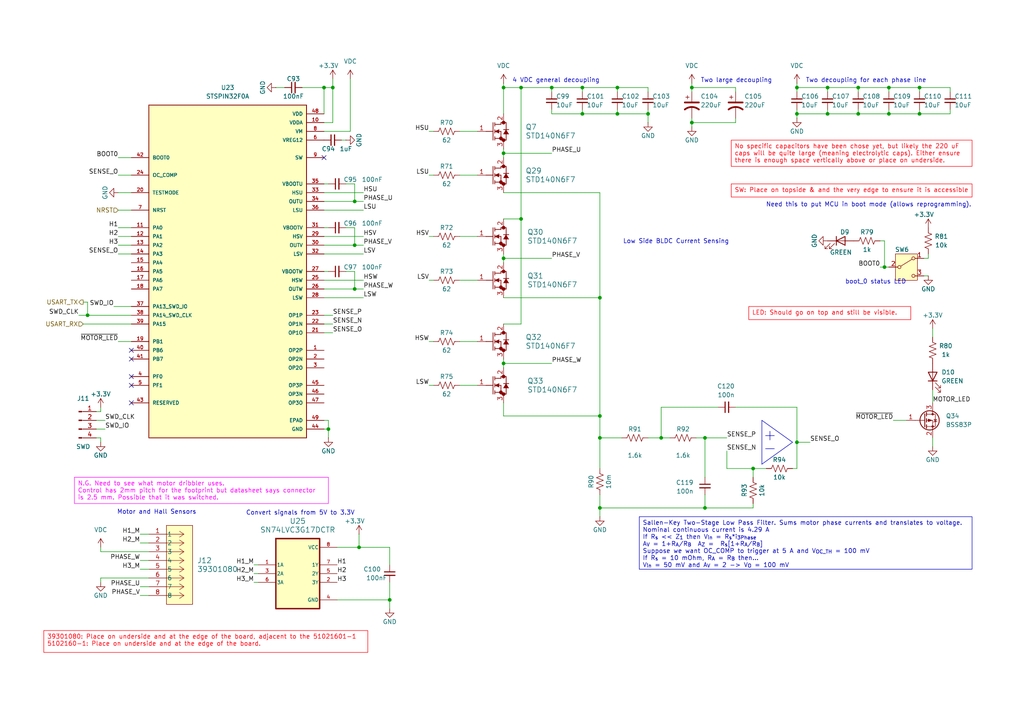
<source format=kicad_sch>
(kicad_sch (version 20231120) (generator "eeschema") (generator_version "8.0")
  (paper "A4")
  (lib_symbols
    (symbol "Connector:Conn_01x04_Pin" (pin_names (offset 1.016) hide)
      (property "Reference" "J" (at 0 5.08 0))
      (property "Value" "Conn_01x04_Pin" (at 0 -7.62 0))
      (symbol "Conn_01x04_Pin_1_1"
        (pin passive line (at 5.08 2.54 180) (length 3.81) (name "Pin_1") (number "1"))
        (pin passive line (at 5.08 0 180) (length 3.81) (name "Pin_2") (number "2"))
        (pin passive line (at 5.08 -2.54 180) (length 3.81) (name "Pin_3") (number "3"))
        (pin passive line (at 5.08 -5.08 180) (length 3.81) (name "Pin_4") (number "4"))
      )
    )
    (symbol "Device:C_Polarized_US" (pin_numbers hide) (pin_names (offset 0.254) hide)
      (property "Reference" "C" (at 0.635 2.54 0))
      (property "Value" "C_Polarized_US" (at 0.635 -2.54 0))
      (symbol "C_Polarized_US_1_1"
        (pin passive line (at 0 3.81 270) (length 2.794) (name "~") (number "1"))
        (pin passive line (at 0 -3.81 90) (length 3.302) (name "~") (number "2"))
      )
    )
    (symbol "Device:C_Small" (pin_numbers hide) (pin_names (offset 0.254) hide)
      (property "Reference" "C" (at 0.254 1.778 0))
      (property "Value" "C_Small" (at 0.254 -2.032 0))
      (symbol "C_Small_1_1"
        (pin passive line (at 0 2.54 270) (length 2.032) (name "~") (number "1"))
        (pin passive line (at 0 -2.54 90) (length 2.032) (name "~") (number "2"))
      )
    )
    (symbol "Device:LED" (pin_numbers hide) (pin_names (offset 1.016) hide)
      (property "Reference" "D" (at 0 2.54 0))
      (property "Value" "LED" (at 0 -2.54 0))
      (symbol "LED_1_1"
        (pin passive line (at -3.81 0 0) (length 2.54) (name "K") (number "1"))
        (pin passive line (at 3.81 0 180) (length 2.54) (name "A") (number "2"))
      )
    )
    (symbol "Device:R_US" (pin_numbers hide) (pin_names (offset 0))
      (property "Reference" "R" (at 2.54 0 90))
      (property "Value" "R_US" (at -2.54 0 90))
      (symbol "R_US_1_1"
        (pin passive line (at 0 3.81 270) (length 1.27) (name "~") (number "1"))
        (pin passive line (at 0 -3.81 90) (length 1.27) (name "~") (number "2"))
      )
    )
    (symbol "RoboJackets-Connectors:39301080" (pin_names (offset 0.254))
      (property "Reference" "J" (at 8.89 6.35 0))
      (property "Value" "39301080" (at 9.144 -22.098 0))
      (symbol "39301080_1_1"
        (pin unspecified line (at 0 0 0) (length 5.08) (name "1") (number "1"))
        (pin unspecified line (at 0 -2.54 0) (length 5.08) (name "2") (number "2"))
        (pin unspecified line (at 0 -5.08 0) (length 5.08) (name "3") (number "3"))
        (pin unspecified line (at 0 -7.62 0) (length 5.08) (name "4") (number "4"))
        (pin unspecified line (at 0 -10.16 0) (length 5.08) (name "5") (number "5"))
        (pin unspecified line (at 0 -12.7 0) (length 5.08) (name "6") (number "6"))
        (pin unspecified line (at 0 -15.24 0) (length 5.08) (name "7") (number "7"))
        (pin unspecified line (at 0 -17.78 0) (length 5.08) (name "8") (number "8"))
      )
      (symbol "39301080_1_2"
        (pin unspecified line (at 0 0 0) (length 5.08) (name "1") (number "1"))
        (pin unspecified line (at 0 -2.54 0) (length 5.08) (name "2") (number "2"))
        (pin unspecified line (at 0 -5.08 0) (length 5.08) (name "3") (number "3"))
        (pin unspecified line (at 0 -7.62 0) (length 5.08) (name "4") (number "4"))
        (pin unspecified line (at 0 -10.16 0) (length 5.08) (name "5") (number "5"))
        (pin unspecified line (at 0 -12.7 0) (length 5.08) (name "6") (number "6"))
        (pin unspecified line (at 0 -15.24 0) (length 5.08) (name "7") (number "7"))
        (pin unspecified line (at 0 -17.78 0) (length 5.08) (name "8") (number "8"))
      )
    )
    (symbol "RoboJackets-IC:SN74LVC3G17DCTR" (pin_names (offset 0.254))
      (property "Reference" "U" (at 20.32 10.16 0))
      (property "Value" "SN74LVC3G17DCTR" (at 20.32 7.62 0))
      (symbol "SN74LVC3G17DCTR_0_0"
        (pin input line (at 8.89 -2.54 0) (length 5.08) (name "1A") (number "1"))
        (pin output line (at 31.75 -7.62 180) (length 5.08) (name "3Y") (number "2"))
        (pin input line (at 8.89 -5.08 0) (length 5.08) (name "2A") (number "3"))
        (pin power_in line (at 31.75 -12.7 180) (length 5.08) (name "GND") (number "4"))
        (pin output line (at 31.75 -5.08 180) (length 5.08) (name "2Y") (number "5"))
        (pin input line (at 8.89 -7.62 0) (length 5.08) (name "3A") (number "6"))
        (pin output line (at 31.75 -2.54 180) (length 5.08) (name "1Y") (number "7"))
        (pin power_in line (at 31.75 2.54 180) (length 5.08) (name "VCC") (number "8"))
      )
    )
    (symbol "RoboJackets-IC:STSPIN32F0A" (pin_names (offset 1.016))
      (property "Reference" "U" (at -22.86 49.53 0))
      (property "Value" "STSPIN32F0A" (at -22.86 -49.53 0))
      (symbol "STSPIN32F0A_0_0"
        (pin input line (at 27.94 -22.86 180) (length 5.08) (name "OP2P") (number "1"))
        (pin power_in line (at 27.94 43.18 180) (length 5.08) (name "VDDA") (number "10"))
        (pin bidirectional line (at -27.94 12.7 0) (length 5.08) (name "PA0") (number "11"))
        (pin bidirectional line (at -27.94 10.16 0) (length 5.08) (name "PA1") (number "12"))
        (pin bidirectional line (at -27.94 7.62 0) (length 5.08) (name "PA2") (number "13"))
        (pin bidirectional line (at -27.94 5.08 0) (length 5.08) (name "PA3") (number "14"))
        (pin bidirectional line (at -27.94 2.54 0) (length 5.08) (name "PA4") (number "15"))
        (pin bidirectional line (at -27.94 0 0) (length 5.08) (name "PA5") (number "16"))
        (pin bidirectional line (at -27.94 -2.54 0) (length 5.08) (name "PA6") (number "17"))
        (pin bidirectional line (at -27.94 -5.08 0) (length 5.08) (name "PA7") (number "18"))
        (pin bidirectional line (at -27.94 -20.32 0) (length 5.08) (name "PB1") (number "19"))
        (pin input line (at 27.94 -25.4 180) (length 5.08) (name "OP2N") (number "2"))
        (pin input line (at -27.94 22.86 0) (length 5.08) (name "TESTMODE") (number "20"))
        (pin output line (at 27.94 -17.78 180) (length 5.08) (name "OP1O") (number "21"))
        (pin input line (at 27.94 -15.24 180) (length 5.08) (name "OP1N") (number "22"))
        (pin input line (at 27.94 -12.7 180) (length 5.08) (name "OP1P") (number "23"))
        (pin input line (at -27.94 27.94 0) (length 5.08) (name "OC_COMP") (number "24"))
        (pin output line (at 27.94 -2.54 180) (length 5.08) (name "HSW") (number "25"))
        (pin output line (at 27.94 -5.08 180) (length 5.08) (name "OUTW") (number "26"))
        (pin power_in line (at 27.94 0 180) (length 5.08) (name "VBOOTW") (number "27"))
        (pin output line (at 27.94 -7.62 180) (length 5.08) (name "LSW") (number "28"))
        (pin output line (at 27.94 10.16 180) (length 5.08) (name "HSV") (number "29"))
        (pin output line (at 27.94 -27.94 180) (length 5.08) (name "OP2O") (number "3"))
        (pin output line (at 27.94 7.62 180) (length 5.08) (name "OUTV") (number "30"))
        (pin power_in line (at 27.94 12.7 180) (length 5.08) (name "VBOOTV") (number "31"))
        (pin output line (at 27.94 5.08 180) (length 5.08) (name "LSV") (number "32"))
        (pin output line (at 27.94 22.86 180) (length 5.08) (name "HSU") (number "33"))
        (pin output line (at 27.94 20.32 180) (length 5.08) (name "OUTU") (number "34"))
        (pin power_in line (at 27.94 25.4 180) (length 5.08) (name "VBOOTU") (number "35"))
        (pin output line (at 27.94 17.78 180) (length 5.08) (name "LSU") (number "36"))
        (pin bidirectional line (at -27.94 -10.16 0) (length 5.08) (name "PA13_SWD_IO") (number "37"))
        (pin bidirectional line (at -27.94 -12.7 0) (length 5.08) (name "PA14_SWD_CLK") (number "38"))
        (pin bidirectional line (at -27.94 -15.24 0) (length 5.08) (name "PA15") (number "39"))
        (pin bidirectional line (at -27.94 -30.48 0) (length 5.08) (name "PF0") (number "4"))
        (pin bidirectional line (at -27.94 -22.86 0) (length 5.08) (name "PB6") (number "40"))
        (pin bidirectional line (at -27.94 -25.4 0) (length 5.08) (name "PB7") (number "41"))
        (pin input line (at -27.94 33.02 0) (length 5.08) (name "BOOT0") (number "42"))
        (pin passive line (at -27.94 -38.1 0) (length 5.08) (name "RESERVED") (number "43"))
        (pin power_in line (at 27.94 -45.72 180) (length 5.08) (name "GND") (number "44"))
        (pin input line (at 27.94 -33.02 180) (length 5.08) (name "OP3P") (number "45"))
        (pin input line (at 27.94 -35.56 180) (length 5.08) (name "OP3N") (number "46"))
        (pin output line (at 27.94 -38.1 180) (length 5.08) (name "OP3O") (number "47"))
        (pin power_in line (at 27.94 45.72 180) (length 5.08) (name "VDD") (number "48"))
        (pin power_in line (at 27.94 -43.18 180) (length 5.08) (name "EPAD") (number "49"))
        (pin bidirectional line (at -27.94 -33.02 0) (length 5.08) (name "PF1") (number "5"))
        (pin power_in line (at 27.94 38.1 180) (length 5.08) (name "VREG12") (number "6"))
        (pin bidirectional line (at -27.94 17.78 0) (length 5.08) (name "NRST") (number "7"))
        (pin power_in line (at 27.94 40.64 180) (length 5.08) (name "VM") (number "8"))
        (pin output line (at 27.94 33.02 180) (length 5.08) (name "SW") (number "9"))
      )
    )
    (symbol "RoboJackets-Transistors:STD140N6F7" (pin_names (offset 0.254) hide)
      (property "Reference" "Q" (at 5.08 1.27 0))
      (property "Value" "STD140N6F7" (at 11.43 -1.27 0))
      (symbol "STD140N6F7_1_1"
        (pin input line (at -6.35 0 0) (length 2.54) (name "G") (number "1"))
        (pin input line (at 1.27 5.08 270) (length 2.54) (name "D") (number "2"))
        (pin output line (at 1.27 -5.08 90) (length 2.54) (name "S") (number "3"))
      )
    )
    (symbol "Switch:SW_SPDT" (pin_names (offset 0) hide)
      (property "Reference" "SW" (at 0 5.08 0))
      (property "Value" "SW_SPDT" (at 0 -5.08 0))
      (symbol "SW_SPDT_1_1"
        (pin passive line (at 5.08 2.54 180) (length 2.54) (name "A") (number "1"))
        (pin passive line (at -5.08 0 0) (length 2.54) (name "B") (number "2"))
        (pin passive line (at 5.08 -2.54 180) (length 2.54) (name "C") (number "3"))
      )
    )
    (symbol "Transistor_FET:BSS83P" (pin_names hide)
      (property "Reference" "Q" (at 5.08 1.905 0))
      (property "Value" "BSS83P" (at 5.08 0 0))
      (symbol "BSS83P_1_1"
        (pin input line (at -5.08 0 0) (length 2.54) (name "G") (number "1"))
        (pin passive line (at 2.54 -5.08 90) (length 2.54) (name "S") (number "2"))
        (pin passive line (at 2.54 5.08 270) (length 2.54) (name "D") (number "3"))
      )
    )
    (symbol "power:+3.3V" (power) (pin_numbers hide) (pin_names (offset 0) hide)
      (property "Value" "+3.3V" (at 0 3.556 0))
      (symbol "+3.3V_1_1"
        (pin power_in line (at 0 0 90) (length 0) (name "~") (number "1"))
      )
    )
    (symbol "power:GND" (power) (pin_numbers hide) (pin_names (offset 0) hide)
      (property "Value" "GND" (at 0 -3.81 0))
      (symbol "GND_1_1"
        (pin power_in line (at 0 0 270) (length 0) (name "~") (number "1"))
      )
    )
    (symbol "power:VDC" (power) (pin_numbers hide) (pin_names (offset 0) hide)
      (property "Value" "VDC" (at 0 3.556 0))
      (symbol "VDC_1_1"
        (pin power_in line (at 0 0 90) (length 0) (name "~") (number "1"))
      )
    )
  )
  (junction (at 168.91 33.02))
  (junction (at 179.07 33.02))
  (junction (at 25.4 91.44))
  (junction (at 231.14 128.27))
  (junction (at 187.96 33.02))
  (junction (at 102.87 83.82))
  (junction (at 200.66 35.56))
  (junction (at 146.05 105.41))
  (junction (at 240.03 33.02))
  (junction (at 179.07 25.4))
  (junction (at 266.7 33.02))
  (junction (at 204.47 127))
  (junction (at 168.91 25.4))
  (junction (at 257.81 25.4))
  (junction (at 160.02 25.4))
  (junction (at 146.05 74.93))
  (junction (at 102.87 71.12))
  (junction (at 173.99 86.36))
  (junction (at 151.13 25.4))
  (junction (at 248.92 33.02))
  (junction (at 204.47 147.32))
  (junction (at 248.92 25.4))
  (junction (at 95.25 124.46))
  (junction (at 93.98 25.4))
  (junction (at 173.99 120.65))
  (junction (at 146.05 25.4))
  (junction (at 200.66 25.4))
  (junction (at 240.03 25.4))
  (junction (at 218.44 135.89))
  (junction (at 102.87 58.42))
  (junction (at 173.99 127))
  (junction (at 146.05 44.45))
  (junction (at 191.77 127))
  (junction (at 104.14 158.75))
  (junction (at 231.14 33.02))
  (junction (at 266.7 25.4))
  (junction (at 151.13 63.5))
  (junction (at 257.81 33.02))
  (junction (at 256.54 77.47))
  (junction (at 173.99 147.32))
  (junction (at 113.03 173.99))
  (junction (at 231.14 25.4))
  (junction (at 96.52 25.4))
  (no_connect (at 38.1 116.84))
  (no_connect (at 38.1 109.22))
  (no_connect (at 38.1 101.6))
  (no_connect (at 38.1 111.76))
  (no_connect (at 93.98 45.72))
  (no_connect (at 38.1 104.14))
  (wire (pts (xy 146.05 44.45) (xy 160.02 44.45)))
  (wire (pts (xy 133.35 38.1) (xy 138.43 38.1)))
  (wire (pts (xy 34.29 99.06) (xy 38.1 99.06)))
  (wire (pts (xy 257.81 25.4) (xy 266.7 25.4)))
  (wire (pts (xy 270.51 113.03) (xy 270.51 116.84)))
  (wire (pts (xy 124.46 99.06) (xy 125.73 99.06)))
  (wire (pts (xy 97.79 173.99) (xy 113.03 173.99)))
  (wire (pts (xy 146.05 25.4) (xy 151.13 25.4)))
  (wire (pts (xy 146.05 116.84) (xy 146.05 120.65)))
  (wire (pts (xy 218.44 135.89) (xy 222.25 135.89)))
  (wire (pts (xy 133.35 50.8) (xy 138.43 50.8)))
  (wire (pts (xy 93.98 81.28) (xy 105.41 81.28)))
  (wire (pts (xy 43.18 160.02) (xy 29.21 160.02)))
  (wire (pts (xy 27.94 127) (xy 29.21 127)))
  (wire (pts (xy 231.14 128.27) (xy 231.14 135.89)))
  (wire (pts (xy 204.47 147.32) (xy 218.44 147.32)))
  (wire (pts (xy 24.13 93.98) (xy 38.1 93.98)))
  (wire (pts (xy 95.25 124.46) (xy 95.25 127)))
  (wire (pts (xy 179.07 33.02) (xy 179.07 31.75)))
  (wire (pts (xy 124.46 50.8) (xy 125.73 50.8)))
  (wire (pts (xy 218.44 147.32) (xy 218.44 146.05)))
  (wire (pts (xy 146.05 104.14) (xy 146.05 105.41)))
  (wire (pts (xy 104.14 154.94) (xy 104.14 158.75)))
  (wire (pts (xy 146.05 120.65) (xy 173.99 120.65)))
  (wire (pts (xy 113.03 168.91) (xy 113.03 173.99)))
  (wire (pts (xy 266.7 31.75) (xy 266.7 33.02)))
  (wire (pts (xy 201.93 127) (xy 204.47 127)))
  (wire (pts (xy 231.14 118.11) (xy 231.14 128.27)))
  (wire (pts (xy 213.36 25.4) (xy 213.36 26.67)))
  (wire (pts (xy 168.91 25.4) (xy 168.91 26.67)))
  (wire (pts (xy 100.33 66.04) (xy 102.87 66.04)))
  (wire (pts (xy 40.64 162.56) (xy 43.18 162.56)))
  (wire (pts (xy 34.29 45.72) (xy 38.1 45.72)))
  (wire (pts (xy 218.44 135.89) (xy 218.44 138.43)))
  (wire (pts (xy 93.98 78.74) (xy 95.25 78.74)))
  (wire (pts (xy 99.06 40.64) (xy 100.33 40.64)))
  (wire (pts (xy 200.66 35.56) (xy 213.36 35.56)))
  (wire (pts (xy 266.7 25.4) (xy 266.7 26.67)))
  (wire (pts (xy 93.98 86.36) (xy 105.41 86.36)))
  (wire (pts (xy 93.98 83.82) (xy 102.87 83.82)))
  (wire (pts (xy 73.66 163.83) (xy 74.93 163.83)))
  (wire (pts (xy 173.99 127) (xy 180.34 127)))
  (wire (pts (xy 179.07 25.4) (xy 187.96 25.4)))
  (wire (pts (xy 34.29 71.12) (xy 38.1 71.12)))
  (wire (pts (xy 213.36 118.11) (xy 231.14 118.11)))
  (wire (pts (xy 93.98 96.52) (xy 96.52 96.52)))
  (wire (pts (xy 113.03 173.99) (xy 113.03 176.53)))
  (polyline (pts (xy 223.3156 125.0722) (xy 223.3156 126.3422)))
  (polyline (pts (xy 223.3156 126.3422) (xy 223.3156 127.6122)))
  (wire (pts (xy 113.03 158.75) (xy 113.03 163.83)))
  (wire (pts (xy 93.98 91.44) (xy 96.52 91.44)))
  (wire (pts (xy 93.98 71.12) (xy 102.87 71.12)))
  (wire (pts (xy 173.99 147.32) (xy 204.47 147.32)))
  (wire (pts (xy 248.92 31.75) (xy 248.92 33.02)))
  (wire (pts (xy 231.14 33.02) (xy 231.14 34.29)))
  (wire (pts (xy 95.25 121.92) (xy 95.25 124.46)))
  (wire (pts (xy 146.05 25.4) (xy 146.05 33.02)))
  (wire (pts (xy 27.94 124.46) (xy 30.48 124.46)))
  (wire (pts (xy 240.03 25.4) (xy 248.92 25.4)))
  (wire (pts (xy 257.81 31.75) (xy 257.81 33.02)))
  (wire (pts (xy 146.05 43.18) (xy 146.05 44.45)))
  (polyline (pts (xy 222.0456 130.1522) (xy 224.5856 130.1522)))
  (wire (pts (xy 204.47 143.51) (xy 204.47 147.32)))
  (wire (pts (xy 27.94 119.38) (xy 29.21 119.38)))
  (wire (pts (xy 96.52 35.56) (xy 93.98 35.56)))
  (wire (pts (xy 40.64 157.48) (xy 43.18 157.48)))
  (wire (pts (xy 87.63 25.4) (xy 93.98 25.4)))
  (wire (pts (xy 93.98 60.96) (xy 105.41 60.96)))
  (wire (pts (xy 146.05 74.93) (xy 146.05 76.2)))
  (wire (pts (xy 240.03 33.02) (xy 248.92 33.02)))
  (wire (pts (xy 266.7 25.4) (xy 275.59 25.4)))
  (wire (pts (xy 73.66 168.91) (xy 74.93 168.91)))
  (wire (pts (xy 104.14 158.75) (xy 113.03 158.75)))
  (wire (pts (xy 270.51 97.79) (xy 270.51 95.25)))
  (wire (pts (xy 102.87 83.82) (xy 105.41 83.82)))
  (polyline (pts (xy 220.98 134.62) (xy 229.87 128.27)))
  (wire (pts (xy 179.07 33.02) (xy 187.96 33.02)))
  (wire (pts (xy 173.99 147.32) (xy 173.99 149.86)))
  (wire (pts (xy 187.96 33.02) (xy 187.96 35.56)))
  (wire (pts (xy 93.98 93.98) (xy 96.52 93.98)))
  (wire (pts (xy 213.36 35.56) (xy 213.36 34.29)))
  (wire (pts (xy 146.05 44.45) (xy 146.05 45.72)))
  (wire (pts (xy 105.41 73.66) (xy 93.98 73.66)))
  (wire (pts (xy 124.46 81.28) (xy 125.73 81.28)))
  (polyline (pts (xy 222.0456 126.3422) (xy 224.5856 126.3422)))
  (wire (pts (xy 210.82 135.89) (xy 218.44 135.89)))
  (wire (pts (xy 96.52 22.86) (xy 96.52 25.4)))
  (wire (pts (xy 34.29 73.66) (xy 38.1 73.66)))
  (wire (pts (xy 200.66 34.29) (xy 200.66 35.56)))
  (wire (pts (xy 255.27 77.47) (xy 256.54 77.47)))
  (wire (pts (xy 240.03 31.75) (xy 240.03 33.02)))
  (wire (pts (xy 93.98 124.46) (xy 95.25 124.46)))
  (wire (pts (xy 187.96 25.4) (xy 187.96 26.67)))
  (wire (pts (xy 256.54 69.85) (xy 255.27 69.85)))
  (wire (pts (xy 96.52 25.4) (xy 96.52 35.56)))
  (wire (pts (xy 146.05 74.93) (xy 160.02 74.93)))
  (wire (pts (xy 269.24 74.93) (xy 267.97 74.93)))
  (wire (pts (xy 168.91 33.02) (xy 179.07 33.02)))
  (wire (pts (xy 146.05 93.98) (xy 151.13 93.98)))
  (wire (pts (xy 200.66 35.56) (xy 200.66 36.83)))
  (wire (pts (xy 248.92 25.4) (xy 248.92 26.67)))
  (wire (pts (xy 173.99 86.36) (xy 173.99 120.65)))
  (wire (pts (xy 40.64 154.94) (xy 43.18 154.94)))
  (wire (pts (xy 160.02 31.75) (xy 160.02 33.02)))
  (wire (pts (xy 43.18 167.64) (xy 29.21 167.64)))
  (wire (pts (xy 124.46 68.58) (xy 125.73 68.58)))
  (wire (pts (xy 24.13 87.63) (xy 25.4 87.63)))
  (wire (pts (xy 29.21 118.11) (xy 29.21 119.38)))
  (wire (pts (xy 231.14 25.4) (xy 231.14 26.67)))
  (wire (pts (xy 93.98 66.04) (xy 95.25 66.04)))
  (wire (pts (xy 40.64 165.1) (xy 43.18 165.1)))
  (wire (pts (xy 173.99 120.65) (xy 173.99 127)))
  (wire (pts (xy 102.87 66.04) (xy 102.87 71.12)))
  (wire (pts (xy 146.05 86.36) (xy 173.99 86.36)))
  (wire (pts (xy 173.99 127) (xy 173.99 135.89)))
  (wire (pts (xy 160.02 25.4) (xy 168.91 25.4)))
  (wire (pts (xy 146.05 73.66) (xy 146.05 74.93)))
  (wire (pts (xy 191.77 127) (xy 194.31 127)))
  (wire (pts (xy 40.64 172.72) (xy 43.18 172.72)))
  (wire (pts (xy 231.14 31.75) (xy 231.14 33.02)))
  (wire (pts (xy 34.29 55.88) (xy 38.1 55.88)))
  (wire (pts (xy 231.14 33.02) (xy 240.03 33.02)))
  (polyline (pts (xy 220.98 121.92) (xy 220.98 134.62)))
  (wire (pts (xy 34.29 50.8) (xy 38.1 50.8)))
  (wire (pts (xy 151.13 25.4) (xy 160.02 25.4)))
  (wire (pts (xy 25.4 87.63) (xy 25.4 91.44)))
  (wire (pts (xy 267.97 80.01) (xy 269.24 80.01)))
  (wire (pts (xy 34.29 66.04) (xy 38.1 66.04)))
  (wire (pts (xy 93.98 53.34) (xy 95.25 53.34)))
  (wire (pts (xy 151.13 25.4) (xy 151.13 63.5)))
  (wire (pts (xy 187.96 33.02) (xy 187.96 31.75)))
  (wire (pts (xy 93.98 58.42) (xy 102.87 58.42)))
  (wire (pts (xy 133.35 81.28) (xy 138.43 81.28)))
  (wire (pts (xy 275.59 31.75) (xy 275.59 33.02)))
  (wire (pts (xy 146.05 105.41) (xy 160.02 105.41)))
  (wire (pts (xy 27.94 121.92) (xy 30.48 121.92)))
  (wire (pts (xy 146.05 24.13) (xy 146.05 25.4)))
  (wire (pts (xy 200.66 25.4) (xy 213.36 25.4)))
  (wire (pts (xy 231.14 25.4) (xy 240.03 25.4)))
  (wire (pts (xy 200.66 24.13) (xy 200.66 25.4)))
  (wire (pts (xy 133.35 111.76) (xy 138.43 111.76)))
  (wire (pts (xy 102.87 71.12) (xy 105.41 71.12)))
  (wire (pts (xy 151.13 63.5) (xy 151.13 93.98)))
  (wire (pts (xy 100.33 78.74) (xy 102.87 78.74)))
  (wire (pts (xy 146.05 105.41) (xy 146.05 106.68)))
  (wire (pts (xy 151.13 63.5) (xy 146.05 63.5)))
  (wire (pts (xy 191.77 118.11) (xy 208.28 118.11)))
  (wire (pts (xy 173.99 55.88) (xy 173.99 86.36)))
  (wire (pts (xy 97.79 158.75) (xy 104.14 158.75)))
  (wire (pts (xy 25.4 91.44) (xy 38.1 91.44)))
  (wire (pts (xy 124.46 111.76) (xy 125.73 111.76)))
  (wire (pts (xy 133.35 68.58) (xy 138.43 68.58)))
  (wire (pts (xy 173.99 143.51) (xy 173.99 147.32)))
  (wire (pts (xy 168.91 31.75) (xy 168.91 33.02)))
  (wire (pts (xy 102.87 53.34) (xy 102.87 58.42)))
  (wire (pts (xy 210.82 130.81) (xy 210.82 135.89)))
  (wire (pts (xy 160.02 25.4) (xy 160.02 26.67)))
  (wire (pts (xy 256.54 77.47) (xy 257.81 77.47)))
  (wire (pts (xy 124.46 38.1) (xy 125.73 38.1)))
  (wire (pts (xy 73.66 166.37) (xy 74.93 166.37)))
  (wire (pts (xy 231.14 24.13) (xy 231.14 25.4)))
  (wire (pts (xy 40.64 170.18) (xy 43.18 170.18)))
  (wire (pts (xy 168.91 25.4) (xy 179.07 25.4)))
  (wire (pts (xy 160.02 33.02) (xy 168.91 33.02)))
  (wire (pts (xy 248.92 25.4) (xy 257.81 25.4)))
  (wire (pts (xy 266.7 33.02) (xy 275.59 33.02)))
  (wire (pts (xy 248.92 33.02) (xy 257.81 33.02)))
  (wire (pts (xy 146.05 55.88) (xy 173.99 55.88)))
  (wire (pts (xy 102.87 58.42) (xy 105.41 58.42)))
  (wire (pts (xy 29.21 160.02) (xy 29.21 158.75)))
  (wire (pts (xy 240.03 25.4) (xy 240.03 26.67)))
  (wire (pts (xy 33.02 88.9) (xy 38.1 88.9)))
  (wire (pts (xy 93.98 25.4) (xy 96.52 25.4)))
  (wire (pts (xy 34.29 68.58) (xy 38.1 68.58)))
  (polyline (pts (xy 220.98 121.92) (xy 229.87 128.27)))
  (wire (pts (xy 80.01 25.4) (xy 82.55 25.4)))
  (wire (pts (xy 257.81 33.02) (xy 266.7 33.02)))
  (wire (pts (xy 259.08 121.92) (xy 262.89 121.92)))
  (wire (pts (xy 191.77 118.11) (xy 191.77 127)))
  (wire (pts (xy 133.35 99.06) (xy 138.43 99.06)))
  (wire (pts (xy 256.54 77.47) (xy 256.54 69.85)))
  (wire (pts (xy 100.33 53.34) (xy 102.87 53.34)))
  (wire (pts (xy 257.81 25.4) (xy 257.81 26.67)))
  (wire (pts (xy 29.21 127) (xy 29.21 128.27)))
  (wire (pts (xy 34.29 60.96) (xy 38.1 60.96)))
  (wire (pts (xy 204.47 127) (xy 210.82 127)))
  (wire (pts (xy 102.87 78.74) (xy 102.87 83.82)))
  (wire (pts (xy 93.98 55.88) (xy 105.41 55.88)))
  (wire (pts (xy 105.41 68.58) (xy 93.98 68.58)))
  (wire (pts (xy 93.98 121.92) (xy 95.25 121.92)))
  (wire (pts (xy 93.98 25.4) (xy 93.98 33.02)))
  (wire (pts (xy 270.51 127) (xy 270.51 129.54)))
  (wire (pts (xy 204.47 127) (xy 204.47 138.43)))
  (wire (pts (xy 179.07 25.4) (xy 179.07 26.67)))
  (wire (pts (xy 229.87 135.89) (xy 231.14 135.89)))
  (wire (pts (xy 275.59 25.4) (xy 275.59 26.67)))
  (wire (pts (xy 187.96 127) (xy 191.77 127)))
  (wire (pts (xy 269.24 73.66) (xy 269.24 74.93)))
  (wire (pts (xy 200.66 26.67) (xy 200.66 25.4)))
  (wire (pts (xy 93.98 38.1) (xy 101.6 38.1)))
  (wire (pts (xy 22.86 91.44) (xy 25.4 91.44)))
  (wire (pts (xy 101.6 22.86) (xy 101.6 38.1)))
  (wire (pts (xy 29.21 167.64) (xy 29.21 168.91)))
  (wire (pts (xy 231.14 128.27) (xy 234.95 128.27)))
  (text_box "LED: Should go on top and still be visible." (at 217.17 88.9 0) (size 46.99 3.81) (stroke (width 0) (color 255 0 11 1)) (effects (font (size 1.27 1.27)) (justify left top)))
  (text_box "39301080: Place on underside and at the edge of the board, adjacent to the 51021601-1\n5102160-1: Place on underside and at the edge of the board." (at 12.7 182.88 0) (size 93.98 6.35) (stroke (width 0) (color 255 0 11 1)) (effects (font (size 1.27 1.27)) (justify left top)))
  (text_box "Sallen-Key Two-Stage Low Pass Filter. Sums motor phase currents and translates to voltage.\nNominal continuous current is 4.29 A\nIf R_{s} << Z_{1} then V_{in} = R_{s}*i_{3Phase}\nA_{V} = 1+R_{A}/R_{B}  A_{Z} =  R_{s}[1+R_{A}/R_{B}]\nSuppose we want OC_COMP to trigger at 5 A and V_{OC_TH} = 100 mV\nIf R_{s} = 10 mOhm, R_{A} = R_{B} then... \nV_{in} = 50 mV and A_{V} = 2 -> V_{O} = 100 mV" (at 185.42 149.86 0) (size 96.52 15.24) (effects (font (size 1.27 1.27)) (justify left top)))
  (text_box "N.G. Need to see what motor dribbler uses.\nControl has 2mm pitch for the footprint but datasheet says connector\nis 2.5 mm. Possible that it was switched." (at 21.59 138.43 0) (size 73.66 7.62) (stroke (width 0) (color 255 0 255 1)) (effects (font (size 1.27 1.27)) (justify left top)))
  (text_box "No specific capacitors have been chose yet, but likely the 220 uF caps will be quite large (meaning electrolytic caps). Either ensure there is enough space vertically above or place on underside." (at 212.09 40.64 0) (size 69.85 7.62) (stroke (width 0) (color 255 0 11 1)) (effects (font (size 1.27 1.27)) (justify left top)))
  (text_box "SW: Place on topside & and the very edge to ensure it is accessible" (at 212.09 53.34 0) (size 69.85 3.81) (stroke (width 0) (color 255 0 11 1)) (effects (font (size 1.27 1.27)) (justify left top)))
  (text "Two decoupling for each phase line" (at 233.68 24.13 0) (effects (font (size 1.27 1.27)) (justify left bottom)))
  (text "Motor and Hall Sensors" (at 45.466 148.59 0) (effects (font (size 1.27 1.27))))
  (text "boot_0 status LED" (at 245.11 82.55 0) (effects (font (size 1.27 1.27)) (justify left bottom)))
  (text "Need this to put MCU in boot mode (allows reprogramming)." (at 251.968 59.436 0) (effects (font (size 1.27 1.27))))
  (text "Low Side BLDC Current Sensing" (at 196.088 70.104 0) (effects (font (size 1.27 1.27))))
  (text "Convert signals from 5V to 3.3V" (at 87.122 148.844 0) (effects (font (size 1.27 1.27))))
  (text "Two large decoupling" (at 203.2 24.13 0) (effects (font (size 1.27 1.27)) (justify left bottom)))
  (text "4 VDC general decoupling" (at 148.59 24.13 0) (effects (font (size 1.27 1.27)) (justify left bottom)))
  (label "SENSE_O" (at 34.29 50.8 180))
  (label "H2" (at 34.29 68.58 180))
  (label "HSV" (at 124.46 68.58 180))
  (label "PHASE_W" (at 160.02 105.41 0))
  (label "SENSE_O" (at 96.52 96.52 0))
  (label "SWD_IO" (at 30.48 124.46 0))
  (label "HSV" (at 105.41 68.58 0))
  (label "H3_M" (at 40.64 165.1 180))
  (label "HSU" (at 124.46 38.1 180))
  (label "PHASE_W" (at 105.41 83.82 0))
  (label "LSU" (at 105.41 60.96 0))
  (label "PHASE_V" (at 160.02 74.93 0))
  (label "LSV" (at 124.46 81.28 180))
  (label "H1_M" (at 40.64 154.94 180))
  (label "PHASE_U" (at 40.64 170.18 180))
  (label "BOOT0" (at 34.29 45.72 180))
  (label "H1" (at 34.29 66.04 180))
  (label "PHASE_W" (at 40.64 162.56 180))
  (label "SENSE_N" (at 210.82 130.81 0))
  (label "H3" (at 97.79 168.91 0))
  (label "HSU" (at 105.41 55.88 0))
  (label "LSV" (at 105.41 73.66 0))
  (label "HSW" (at 105.41 81.28 0))
  (label "H2_M" (at 73.66 166.37 180))
  (label "PHASE_V" (at 105.41 71.12 0))
  (label "PHASE_U" (at 160.02 44.45 0))
  (label "H3" (at 34.29 71.12 180))
  (label "H1_M" (at 73.66 163.83 180))
  (label "SENSE_O" (at 34.29 73.66 180))
  (label "~{MOTOR_LED}" (at 259.08 121.92 180))
  (label "H1" (at 97.79 163.83 0))
  (label "H2" (at 97.79 166.37 0))
  (label "SWD_IO" (at 33.02 88.9 180))
  (label "H2_M" (at 40.64 157.48 180))
  (label "SENSE_P" (at 96.52 91.44 0))
  (label "LSW" (at 105.41 86.36 0))
  (label "LSU" (at 124.46 50.8 180))
  (label "SENSE_N" (at 96.52 93.98 0))
  (label "PHASE_V" (at 40.64 172.72 180))
  (label "PHASE_U" (at 105.41 58.42 0))
  (label "SENSE_P" (at 210.82 127 0))
  (label "SENSE_O" (at 234.95 128.27 0))
  (label "BOOT0" (at 255.27 77.47 180))
  (label "LSW" (at 124.46 111.76 180))
  (label "HSW" (at 124.46 99.06 180))
  (label "MOTOR_LED" (at 270.51 116.84 0))
  (label "SWD_CLK" (at 22.86 91.44 180))
  (label "~{MOTOR_LED}" (at 34.29 99.06 180))
  (label "SWD_CLK" (at 30.48 121.92 0))
  (label "H3_M" (at 73.66 168.91 180))
  (hierarchical_label "USART_TX" (shape output) (at 24.13 87.63 180))
  (hierarchical_label "USART_RX" (shape input) (at 24.13 93.98 180))
  (hierarchical_label "NRST" (shape input) (at 34.29 60.96 180))
  (symbol (lib_id "power:VDC") (at 231.14 24.13 0) (unit 1)
    (property "Reference" "#PWR0169" (effects (hide yes)))
    (property "Value" "VDC" (at 231.14 19.05 0))
    (property "Description" "Power symbol creates a global label with name \"VDC\"" (effects (hide yes)))
  )
  (symbol (lib_id "RoboJackets-Transistors:STD140N6F7") (at 144.78 81.28 0) (unit 1)
    (property "Reference" "Q31" (at 152.908 80.01 0) (effects (font (size 1.524 1.524)) (justify left)))
    (property "Value" "STD140N6F7" (at 152.908 82.55 0) (effects (font (size 1.524 1.524)) (justify left)))
    (property "Footprint" "DPAKTO-252_A2_STM" (effects (hide yes)))
    (property "Datasheet" "https://www.st.com/content/ccc/resource/technical/document/datasheet/group1/de/02/69/d9/32/b8/44/66/DM00257307/files/DM00257307.pdf/jcr:content/translations/en.DM00257307.pdf" (effects (hide yes)))
    (property "Description" "MOSFET N-CH 60V 80A DPAK" (effects (hide yes)))
  )
  (symbol (lib_id "Connector:Conn_01x04_Pin") (at 22.86 121.92 0) (unit 1)
    (property "Reference" "J11" (at 24.13 115.57 0))
    (property "Value" "SWD" (at 24.13 129.54 0))
    (property "Footprint" "Connector_PinHeader_2.54mm:PinHeader_1x04_P2.54mm_Vertical" (effects (hide yes)))
    (property "Description" "Generic connector, single row, 01x04, script generated" (effects (hide yes)))
  )
  (symbol (lib_id "Device:R_US") (at 129.54 111.76 90) (unit 1)
    (property "Reference" "R75" (at 129.54 109.22 90))
    (property "Value" "62" (at 129.54 114.3 90))
    (property "Footprint" "Resistor_SMD:R_0603_1608Metric" (effects (hide yes)))
    (property "Description" "Resistor, US symbol" (effects (hide yes)))
  )
  (symbol (lib_id "Device:R_US") (at 173.99 139.7 180) (unit 1)
    (property "Reference" "R90" (at 171.45 139.7 90))
    (property "Value" "10m" (at 176.53 139.7 90))
    (property "Footprint" "Resistor_SMD:R_0603_1608Metric" (effects (hide yes)))
    (property "Description" "Resistor, US symbol" (effects (hide yes)))
  )
  (symbol (lib_id "Device:R_US") (at 218.44 142.24 180) (unit 1)
    (property "Reference" "R93" (at 215.9 142.24 90))
    (property "Value" "10k" (at 220.98 142.24 90))
    (property "Footprint" "Resistor_SMD:R_0603_1608Metric" (effects (hide yes)))
    (property "Description" "Resistor, US symbol" (effects (hide yes)))
  )
  (symbol (lib_id "power:+3.3V") (at 104.14 154.94 0) (unit 1)
    (property "Reference" "#PWR0161" (effects (hide yes)))
    (property "Value" "+3.3V" (at 102.87 151.13 0))
    (property "Description" "Power symbol creates a global label with name \"+3.3V\"" (effects (hide yes)))
  )
  (symbol (lib_id "Device:C_Small") (at 96.52 40.64 90) (unit 1)
    (property "Reference" "C94" (at 95.25 43.18 90))
    (property "Value" "1uF" (at 100.33 43.18 90))
    (property "Footprint" "Capacitor_SMD:C_0603_1608Metric" (effects (hide yes)))
    (property "Description" "Unpolarized capacitor, small symbol" (effects (hide yes)))
  )
  (symbol (lib_id "power:VDC") (at 200.66 24.13 0) (unit 1)
    (property "Reference" "#PWR0167" (effects (hide yes)))
    (property "Value" "VDC" (at 200.66 19.05 0))
    (property "Description" "Power symbol creates a global label with name \"VDC\"" (effects (hide yes)))
  )
  (symbol (lib_id "power:GND") (at 270.51 129.54 0) (unit 1)
    (property "Reference" "#PWR0173" (effects (hide yes)))
    (property "Value" "GND" (at 270.51 133.35 0))
    (property "Description" "Power symbol creates a global label with name \"GND\" , ground" (effects (hide yes)))
  )
  (symbol (lib_id "Device:R_US") (at 129.54 50.8 90) (unit 1)
    (property "Reference" "R71" (at 129.54 48.26 90))
    (property "Value" "62" (at 129.54 53.34 90))
    (property "Footprint" "Resistor_SMD:R_0603_1608Metric" (effects (hide yes)))
    (property "Description" "Resistor, US symbol" (effects (hide yes)))
  )
  (symbol (lib_id "Device:C_Small") (at 97.79 66.04 90) (unit 1)
    (property "Reference" "C96" (at 101.6 64.77 90))
    (property "Value" "100nF" (at 107.95 64.77 90))
    (property "Footprint" "Capacitor_SMD:C_0603_1608Metric" (effects (hide yes)))
    (property "Description" "Unpolarized capacitor, small symbol" (effects (hide yes)))
  )
  (symbol (lib_id "Device:C_Small") (at 187.96 29.21 0) (unit 1)
    (property "Reference" "C103" (at 189.23 27.94 0) (effects (justify left)))
    (property "Value" "10uF" (at 189.23 30.48 0) (effects (justify left)))
    (property "Footprint" "Capacitor_SMD:C_1206_3216Metric" (effects (hide yes)))
    (property "Description" "Unpolarized capacitor, small symbol" (effects (hide yes)))
  )
  (symbol (lib_id "Device:C_Small") (at 85.09 25.4 90) (unit 1)
    (property "Reference" "C93" (at 85.09 22.86 90))
    (property "Value" "100nF" (at 85.09 27.94 90))
    (property "Footprint" "Capacitor_SMD:C_0603_1608Metric" (effects (hide yes)))
    (property "Description" "Unpolarized capacitor, small symbol" (effects (hide yes)))
  )
  (symbol (lib_id "Device:R_US") (at 129.54 81.28 90) (unit 1)
    (property "Reference" "R73" (at 129.54 78.74 90))
    (property "Value" "62" (at 129.54 83.82 90))
    (property "Footprint" "Resistor_SMD:R_0603_1608Metric" (effects (hide yes)))
    (property "Description" "Resistor, US symbol" (effects (hide yes)))
  )
  (symbol (lib_id "Device:C_Small") (at 179.07 29.21 0) (unit 1)
    (property "Reference" "C102" (at 180.34 27.94 0) (effects (justify left)))
    (property "Value" "10uF" (at 180.34 30.48 0) (effects (justify left)))
    (property "Footprint" "Capacitor_SMD:C_1206_3216Metric" (effects (hide yes)))
    (property "Description" "Unpolarized capacitor, small symbol" (effects (hide yes)))
  )
  (symbol (lib_id "Device:LED") (at 243.84 69.85 0) (unit 1)
    (property "Reference" "D9" (at 246.38 67.31 0) (effects (justify right)))
    (property "Value" "GREEN" (at 247.0836 73.1938 0) (effects (justify right)))
    (property "Footprint" "Diode_SMD:D_0603_1608Metric" (effects (hide yes)))
    (property "Description" "Light emitting diode" (effects (hide yes)))
  )
  (symbol (lib_id "Device:C_Small") (at 210.82 118.11 90) (unit 1)
    (property "Reference" "C120" (at 213.106 112.014 90) (effects (justify left)))
    (property "Value" "100n" (at 213.106 114.554 90) (effects (justify left)))
    (property "Footprint" "Capacitor_SMD:C_1206_3216Metric" (effects (hide yes)))
    (property "Description" "Unpolarized capacitor, small symbol" (effects (hide yes)))
  )
  (symbol (lib_id "Device:R_US") (at 129.54 99.06 90) (unit 1)
    (property "Reference" "R74" (at 129.54 96.52 90))
    (property "Value" "62" (at 129.54 101.6 90))
    (property "Footprint" "Resistor_SMD:R_0603_1608Metric" (effects (hide yes)))
    (property "Description" "Resistor, US symbol" (effects (hide yes)))
  )
  (symbol (lib_id "RoboJackets-Transistors:STD140N6F7") (at 144.78 38.1 0) (unit 1)
    (property "Reference" "Q7" (at 152.4 36.83 0) (effects (font (size 1.524 1.524)) (justify left)))
    (property "Value" "STD140N6F7" (at 152.4 39.37 0) (effects (font (size 1.524 1.524)) (justify left)))
    (property "Footprint" "DPAKTO-252_A2_STM" (effects (hide yes)))
    (property "Datasheet" "https://www.st.com/content/ccc/resource/technical/document/datasheet/group1/de/02/69/d9/32/b8/44/66/DM00257307/files/DM00257307.pdf/jcr:content/translations/en.DM00257307.pdf" (effects (hide yes)))
    (property "Description" "MOSFET N-CH 60V 80A DPAK" (effects (hide yes)))
  )
  (symbol (lib_id "RoboJackets-Transistors:STD140N6F7") (at 144.78 50.8 0) (unit 1)
    (property "Reference" "Q29" (at 152.4 49.53 0) (effects (font (size 1.524 1.524)) (justify left)))
    (property "Value" "STD140N6F7" (at 152.4 52.07 0) (effects (font (size 1.524 1.524)) (justify left)))
    (property "Footprint" "DPAKTO-252_A2_STM" (effects (hide yes)))
    (property "Datasheet" "https://www.st.com/content/ccc/resource/technical/document/datasheet/group1/de/02/69/d9/32/b8/44/66/DM00257307/files/DM00257307.pdf/jcr:content/translations/en.DM00257307.pdf" (effects (hide yes)))
    (property "Description" "MOSFET N-CH 60V 80A DPAK" (effects (hide yes)))
  )
  (symbol (lib_id "RoboJackets-Connectors:39301080") (at 43.18 154.94 0) (unit 1)
    (property "Reference" "J12" (at 57.15 162.5599 0) (effects (font (size 1.524 1.524)) (justify left)))
    (property "Value" "39301080" (at 57.15 165.0999 0) (effects (font (size 1.524 1.524)) (justify left)))
    (property "Footprint" "RoboJackets-Connectors:CON_39301080" (effects (hide yes)))
    (property "Datasheet" "39301080" (effects (hide yes)))
    (property "Description" "Mini-Fit Jr. Header, Dual Row, Right-Angle, with Snap-in Plastic Peg PCB Lock, 8 Circuits, Nylon 6/6 94V-2, 2.54µm Matte Tin (Sn) Plating, Natural, Bag" (effects (hide yes)))
  )
  (symbol (lib_id "power:GND") (at 240.03 69.85 270) (unit 1)
    (property "Reference" "#PWR0171" (effects (hide yes)))
    (property "Value" "GND" (at 236.22 69.85 0))
    (property "Description" "Power symbol creates a global label with name \"GND\" , ground" (effects (hide yes)))
  )
  (symbol (lib_id "Device:LED") (at 270.51 109.22 90) (unit 1)
    (property "Reference" "D10" (at 273.05 107.95 90) (effects (justify right)))
    (property "Value" "GREEN" (at 273.05 110.49 90) (effects (justify right)))
    (property "Footprint" "Diode_SMD:D_0603_1608Metric" (effects (hide yes)))
    (property "Description" "Light emitting diode" (effects (hide yes)))
  )
  (symbol (lib_id "RoboJackets-Transistors:STD140N6F7") (at 144.78 111.76 0) (unit 1)
    (property "Reference" "Q33" (at 152.908 110.49 0) (effects (font (size 1.524 1.524)) (justify left)))
    (property "Value" "STD140N6F7" (at 152.908 113.03 0) (effects (font (size 1.524 1.524)) (justify left)))
    (property "Footprint" "DPAKTO-252_A2_STM" (effects (hide yes)))
    (property "Datasheet" "https://www.st.com/content/ccc/resource/technical/document/datasheet/group1/de/02/69/d9/32/b8/44/66/DM00257307/files/DM00257307.pdf/jcr:content/translations/en.DM00257307.pdf" (effects (hide yes)))
    (property "Description" "MOSFET N-CH 60V 80A DPAK" (effects (hide yes)))
  )
  (symbol (lib_id "Device:R_US") (at 129.54 68.58 90) (unit 1)
    (property "Reference" "R72" (at 129.54 66.04 90))
    (property "Value" "62" (at 129.54 71.12 90))
    (property "Footprint" "Resistor_SMD:R_0603_1608Metric" (effects (hide yes)))
    (property "Description" "Resistor, US symbol" (effects (hide yes)))
  )
  (symbol (lib_id "Device:C_Small") (at 97.79 53.34 90) (unit 1)
    (property "Reference" "C95" (at 101.6 52.07 90))
    (property "Value" "100nF" (at 107.95 52.07 90))
    (property "Footprint" "Capacitor_SMD:C_0603_1608Metric" (effects (hide yes)))
    (property "Description" "Unpolarized capacitor, small symbol" (effects (hide yes)))
  )
  (symbol (lib_id "Device:C_Small") (at 275.59 29.21 0) (unit 1)
    (property "Reference" "C111" (at 276.86 27.94 0) (effects (justify left)))
    (property "Value" "10uF" (at 276.86 30.48 0) (effects (justify left)))
    (property "Footprint" "Capacitor_SMD:C_1206_3216Metric" (effects (hide yes)))
    (property "Description" "Unpolarized capacitor, small symbol" (effects (hide yes)))
  )
  (symbol (lib_id "power:VDC") (at 29.21 158.75 0) (unit 1)
    (property "Reference" "#PWR0150" (effects (hide yes)))
    (property "Value" "VDC" (at 29.21 153.67 0))
    (property "Description" "Power symbol creates a global label with name \"VDC\"" (effects (hide yes)))
  )
  (symbol (lib_id "power:+3.3V") (at 96.52 22.86 0) (unit 1)
    (property "Reference" "#PWR0157" (effects (hide yes)))
    (property "Value" "+3.3V" (at 95.25 19.05 0))
    (property "Description" "Power symbol creates a global label with name \"+3.3V\"" (effects (hide yes)))
  )
  (symbol (lib_id "power:GND") (at 95.25 127 0) (unit 1)
    (property "Reference" "#PWR0156" (effects (hide yes)))
    (property "Value" "GND" (at 95.25 130.81 0))
    (property "Description" "Power symbol creates a global label with name \"GND\" , ground" (effects (hide yes)))
  )
  (symbol (lib_id "Device:C_Small") (at 266.7 29.21 0) (unit 1)
    (property "Reference" "C110" (at 267.97 27.94 0) (effects (justify left)))
    (property "Value" "10uF" (at 267.97 30.48 0) (effects (justify left)))
    (property "Footprint" "Capacitor_SMD:C_1206_3216Metric" (effects (hide yes)))
    (property "Description" "Unpolarized capacitor, small symbol" (effects (hide yes)))
  )
  (symbol (lib_id "Device:C_Small") (at 160.02 29.21 0) (unit 1)
    (property "Reference" "C99" (at 161.29 27.94 0) (effects (justify left)))
    (property "Value" "10uF" (at 161.29 30.48 0) (effects (justify left)))
    (property "Footprint" "Capacitor_SMD:C_1206_3216Metric" (effects (hide yes)))
    (property "Description" "Unpolarized capacitor, small symbol" (effects (hide yes)))
  )
  (symbol (lib_id "RoboJackets-IC:STSPIN32F0A") (at 66.04 78.74 0) (unit 1)
    (property "Reference" "U23" (at 66.04 25.4 0))
    (property "Value" "STSPIN32F0A" (at 66.04 27.94 0))
    (property "Footprint" "RoboJackets-IC:IC_STSPIN32F0A" (effects (hide yes)))
    (property "Datasheet" "https://www.st.com/resource/en/datasheet/stspin32f0.pdf" (effects (hide yes)))
    (property "Description" "IC BLDC CTLR STM32 48VFQFPN" (effects (hide yes)))
  )
  (symbol (lib_id "Device:C_Small") (at 248.92 29.21 0) (unit 1)
    (property "Reference" "C108" (at 250.19 27.94 0) (effects (justify left)))
    (property "Value" "10uF" (at 250.19 30.48 0) (effects (justify left)))
    (property "Footprint" "Capacitor_SMD:C_1206_3216Metric" (effects (hide yes)))
    (property "Description" "Unpolarized capacitor, small symbol" (effects (hide yes)))
  )
  (symbol (lib_id "Device:C_Small") (at 240.03 29.21 0) (unit 1)
    (property "Reference" "C107" (at 241.3 27.94 0) (effects (justify left)))
    (property "Value" "10uF" (at 241.3 30.48 0) (effects (justify left)))
    (property "Footprint" "Capacitor_SMD:C_1206_3216Metric" (effects (hide yes)))
    (property "Description" "Unpolarized capacitor, small symbol" (effects (hide yes)))
  )
  (symbol (lib_id "Device:R_US") (at 184.15 127 90) (unit 1)
    (property "Reference" "R91" (at 184.15 124.46 90))
    (property "Value" "1.6k" (at 184.15 132.08 90))
    (property "Footprint" "Resistor_SMD:R_0603_1608Metric" (effects (hide yes)))
    (property "Description" "Resistor, US symbol" (effects (hide yes)))
  )
  (symbol (lib_id "Device:C_Small") (at 97.79 78.74 90) (unit 1)
    (property "Reference" "C97" (at 101.6 77.47 90))
    (property "Value" "100nF" (at 107.95 77.47 90))
    (property "Footprint" "Capacitor_SMD:C_0603_1608Metric" (effects (hide yes)))
    (property "Description" "Unpolarized capacitor, small symbol" (effects (hide yes)))
  )
  (symbol (lib_id "Switch:SW_SPDT") (at 262.89 77.47 0) (unit 1)
    (property "Reference" "SW6" (at 261.62 72.39 0))
    (property "Value" "SW_SPDT" (effects (hide yes)))
    (property "Footprint" "lib:Slide_Switch_SPDT" (effects (hide yes)))
    (property "Description" "Switch, single pole double throw" (effects (hide yes)))
  )
  (symbol (lib_id "power:+3.3V") (at 269.24 66.04 0) (unit 1)
    (property "Reference" "#PWR0174" (effects (hide yes)))
    (property "Value" "+3.3V" (at 267.97 62.23 0))
    (property "Description" "Power symbol creates a global label with name \"+3.3V\"" (effects (hide yes)))
  )
  (symbol (lib_id "Device:R_US") (at 129.54 38.1 90) (unit 1)
    (property "Reference" "R70" (at 129.54 35.56 90))
    (property "Value" "62" (at 129.54 40.64 90))
    (property "Footprint" "Resistor_SMD:R_0603_1608Metric" (effects (hide yes)))
    (property "Description" "Resistor, US symbol" (effects (hide yes)))
  )
  (symbol (lib_id "power:GND") (at 29.21 168.91 0) (unit 1)
    (property "Reference" "#PWR0151" (effects (hide yes)))
    (property "Value" "GND" (at 29.21 172.72 0))
    (property "Description" "Power symbol creates a global label with name \"GND\" , ground" (effects (hide yes)))
  )
  (symbol (lib_id "Device:C_Small") (at 204.47 140.97 0) (mirror y) (unit 1)
    (property "Reference" "C119" (at 201.168 139.954 0) (effects (justify left)))
    (property "Value" "100n" (at 201.168 142.494 0) (effects (justify left)))
    (property "Footprint" "Capacitor_SMD:C_1206_3216Metric" (effects (hide yes)))
    (property "Description" "Unpolarized capacitor, small symbol" (effects (hide yes)))
  )
  (symbol (lib_id "power:GND") (at 173.99 149.86 0) (unit 1)
    (property "Reference" "#PWR071" (effects (hide yes)))
    (property "Value" "GND" (at 173.99 153.67 0))
    (property "Description" "Power symbol creates a global label with name \"GND\" , ground" (effects (hide yes)))
  )
  (symbol (lib_id "power:GND") (at 269.24 80.01 0) (unit 1)
    (property "Reference" "#PWR0175" (effects (hide yes)))
    (property "Value" "GND" (at 269.24 83.82 0))
    (property "Description" "Power symbol creates a global label with name \"GND\" , ground" (effects (hide yes)))
  )
  (symbol (lib_id "power:GND") (at 200.66 36.83 0) (unit 1)
    (property "Reference" "#PWR0168" (effects (hide yes)))
    (property "Value" "GND" (at 200.66 40.64 0))
    (property "Description" "Power symbol creates a global label with name \"GND\" , ground" (effects (hide yes)))
  )
  (symbol (lib_id "power:+3.3V") (at 29.21 118.11 0) (unit 1)
    (property "Reference" "#PWR0148" (effects (hide yes)))
    (property "Value" "+3.3V" (at 29.21 114.3 0))
    (property "Description" "Power symbol creates a global label with name \"+3.3V\"" (effects (hide yes)))
  )
  (symbol (lib_id "Device:C_Small") (at 257.81 29.21 0) (unit 1)
    (property "Reference" "C109" (at 259.08 27.94 0) (effects (justify left)))
    (property "Value" "10uF" (at 259.08 30.48 0) (effects (justify left)))
    (property "Footprint" "Capacitor_SMD:C_1206_3216Metric" (effects (hide yes)))
    (property "Description" "Unpolarized capacitor, small symbol" (effects (hide yes)))
  )
  (symbol (lib_id "power:GND") (at 80.01 25.4 270) (unit 1)
    (property "Reference" "#PWR0153" (effects (hide yes)))
    (property "Value" "GND" (at 76.2 25.4 0))
    (property "Description" "Power symbol creates a global label with name \"GND\" , ground" (effects (hide yes)))
  )
  (symbol (lib_id "power:GND") (at 231.14 34.29 0) (unit 1)
    (property "Reference" "#PWR0170" (effects (hide yes)))
    (property "Value" "GND" (at 231.14 38.1 0))
    (property "Description" "Power symbol creates a global label with name \"GND\" , ground" (effects (hide yes)))
  )
  (symbol (lib_id "Device:C_Small") (at 113.03 166.37 0) (unit 1)
    (property "Reference" "C100" (at 107.95 165.1 0))
    (property "Value" "100nF" (at 109.22 167.64 0))
    (property "Footprint" "Capacitor_SMD:C_0603_1608Metric" (effects (hide yes)))
    (property "Description" "Unpolarized capacitor, small symbol" (effects (hide yes)))
  )
  (symbol (lib_id "power:+3.3V") (at 270.51 95.25 0) (unit 1)
    (property "Reference" "#PWR0172" (effects (hide yes)))
    (property "Value" "+3.3V" (at 270.51 91.44 0))
    (property "Description" "Power symbol creates a global label with name \"+3.3V\"" (effects (hide yes)))
  )
  (symbol (lib_id "power:GND") (at 34.29 55.88 270) (unit 1)
    (property "Reference" "#PWR0152" (effects (hide yes)))
    (property "Value" "GND" (at 30.48 55.88 0))
    (property "Description" "Power symbol creates a global label with name \"GND\" , ground" (effects (hide yes)))
  )
  (symbol (lib_id "Device:C_Small") (at 168.91 29.21 0) (unit 1)
    (property "Reference" "C101" (at 170.18 27.94 0) (effects (justify left)))
    (property "Value" "10uF" (at 170.18 30.48 0) (effects (justify left)))
    (property "Footprint" "Capacitor_SMD:C_1206_3216Metric" (effects (hide yes)))
    (property "Description" "Unpolarized capacitor, small symbol" (effects (hide yes)))
  )
  (symbol (lib_id "power:GND") (at 187.96 35.56 0) (unit 1)
    (property "Reference" "#PWR0166" (effects (hide yes)))
    (property "Value" "GND" (at 187.96 39.37 0))
    (property "Description" "Power symbol creates a global label with name \"GND\" , ground" (effects (hide yes)))
  )
  (symbol (lib_id "power:GND") (at 29.21 128.27 0) (unit 1)
    (property "Reference" "#PWR0149" (effects (hide yes)))
    (property "Value" "GND" (at 29.21 132.08 0))
    (property "Description" "Power symbol creates a global label with name \"GND\" , ground" (effects (hide yes)))
  )
  (symbol (lib_id "power:VDC") (at 101.6 22.86 0) (unit 1)
    (property "Reference" "#PWR0159" (effects (hide yes)))
    (property "Value" "VDC" (at 101.6 17.78 0))
    (property "Description" "Power symbol creates a global label with name \"VDC\"" (effects (hide yes)))
  )
  (symbol (lib_id "power:VDC") (at 146.05 24.13 0) (unit 1)
    (property "Reference" "#PWR0160" (effects (hide yes)))
    (property "Value" "VDC" (at 146.05 19.05 0))
    (property "Description" "Power symbol creates a global label with name \"VDC\"" (effects (hide yes)))
  )
  (symbol (lib_id "Device:C_Polarized_US") (at 200.66 30.48 0) (unit 1)
    (property "Reference" "C104" (at 203.2 27.94 0) (effects (justify left)))
    (property "Value" "220uF" (at 203.2 30.48 0) (effects (justify left)))
    (property "Footprint" "Capacitor_THT:CP_Radial_D10.0mm_P5.00mm" (effects (hide yes)))
    (property "Description" "Polarized capacitor, US symbol" (effects (hide yes)))
  )
  (symbol (lib_id "RoboJackets-Transistors:STD140N6F7") (at 144.78 68.58 0) (unit 1)
    (property "Reference" "Q30" (at 152.908 67.31 0) (effects (font (size 1.524 1.524)) (justify left)))
    (property "Value" "STD140N6F7" (at 152.908 69.85 0) (effects (font (size 1.524 1.524)) (justify left)))
    (property "Footprint" "DPAKTO-252_A2_STM" (effects (hide yes)))
    (property "Datasheet" "https://www.st.com/content/ccc/resource/technical/document/datasheet/group1/de/02/69/d9/32/b8/44/66/DM00257307/files/DM00257307.pdf/jcr:content/translations/en.DM00257307.pdf" (effects (hide yes)))
    (property "Description" "MOSFET N-CH 60V 80A DPAK" (effects (hide yes)))
  )
  (symbol (lib_id "Device:C_Polarized_US") (at 213.36 30.48 0) (unit 1)
    (property "Reference" "C105" (at 215.9 27.94 0) (effects (justify left)))
    (property "Value" "220uF" (at 215.9 30.48 0) (effects (justify left)))
    (property "Footprint" "Capacitor_THT:CP_Radial_D10.0mm_P5.00mm" (effects (hide yes)))
    (property "Description" "Polarized capacitor, US symbol" (effects (hide yes)))
  )
  (symbol (lib_id "Device:R_US") (at 270.51 101.6 180) (unit 1)
    (property "Reference" "R80" (at 274.32 100.33 0))
    (property "Value" "1k" (at 274.32 102.87 0))
    (property "Footprint" "Resistor_SMD:R_0603_1608Metric" (effects (hide yes)))
    (property "Description" "Resistor, US symbol" (effects (hide yes)))
  )
  (symbol (lib_id "RoboJackets-Transistors:STD140N6F7") (at 144.78 99.06 0) (unit 1)
    (property "Reference" "Q32" (at 152.4 97.79 0) (effects (font (size 1.524 1.524)) (justify left)))
    (property "Value" "STD140N6F7" (at 152.4 100.33 0) (effects (font (size 1.524 1.524)) (justify left)))
    (property "Footprint" "DPAKTO-252_A2_STM" (effects (hide yes)))
    (property "Datasheet" "https://www.st.com/content/ccc/resource/technical/document/datasheet/group1/de/02/69/d9/32/b8/44/66/DM00257307/files/DM00257307.pdf/jcr:content/translations/en.DM00257307.pdf" (effects (hide yes)))
    (property "Description" "MOSFET N-CH 60V 80A DPAK" (effects (hide yes)))
  )
  (symbol (lib_id "Device:R_US") (at 251.46 69.85 90) (unit 1)
    (property "Reference" "R79" (at 251.46 67.31 90))
    (property "Value" "1k" (at 251.46 72.39 90))
    (property "Footprint" "Resistor_SMD:R_0603_1608Metric" (effects (hide yes)))
    (property "Description" "Resistor, US symbol" (effects (hide yes)))
  )
  (symbol (lib_id "power:GND") (at 113.03 176.53 0) (unit 1)
    (property "Reference" "#PWR0162" (effects (hide yes)))
    (property "Value" "GND" (at 113.03 180.34 0))
    (property "Description" "Power symbol creates a global label with name \"GND\" , ground" (effects (hide yes)))
  )
  (symbol (lib_id "Device:R_US") (at 269.24 69.85 0) (unit 1)
    (property "Reference" "R81" (at 273.05 68.58 0))
    (property "Value" "10k" (at 273.05 71.12 0))
    (property "Footprint" "Resistor_SMD:R_0603_1608Metric" (effects (hide yes)))
    (property "Description" "Resistor, US symbol" (effects (hide yes)))
  )
  (symbol (lib_id "RoboJackets-IC:SN74LVC3G17DCTR") (at 66.04 161.29 0) (unit 1)
    (property "Reference" "U25" (at 86.36 151.13 0) (effects (font (size 1.524 1.524))))
    (property "Value" "SN74LVC3G17DCTR" (at 86.36 153.67 0) (effects (font (size 1.524 1.524))))
    (property "Footprint" "DCT8" (effects (hide yes)))
    (property "Datasheet" "https://www.ti.com/lit/ds/symlink/sn74lvc3g17.pdf?ts=1726403224895" (effects (hide yes)))
    (property "Description" "3-ch, 1.65-V to 5.5-V buffers with Schmitt-Trigger inputs" (effects (hide yes)))
  )
  (symbol (lib_id "Device:R_US") (at 226.06 135.89 90) (unit 1)
    (property "Reference" "R94" (at 226.06 133.35 90))
    (property "Value" "10k" (at 226.06 138.43 90))
    (property "Footprint" "Resistor_SMD:R_0603_1608Metric" (effects (hide yes)))
    (property "Description" "Resistor, US symbol" (effects (hide yes)))
  )
  (symbol (lib_id "power:GND") (at 100.33 40.64 90) (unit 1)
    (property "Reference" "#PWR0158" (effects (hide yes)))
    (property "Value" "GND" (at 104.14 40.64 0))
    (property "Description" "Power symbol creates a global label with name \"GND\" , ground" (effects (hide yes)))
  )
  (symbol (lib_id "Device:C_Small") (at 231.14 29.21 0) (unit 1)
    (property "Reference" "C106" (at 232.41 27.94 0) (effects (justify left)))
    (property "Value" "10uF" (at 232.41 30.48 0) (effects (justify left)))
    (property "Footprint" "Capacitor_SMD:C_1206_3216Metric" (effects (hide yes)))
    (property "Description" "Unpolarized capacitor, small symbol" (effects (hide yes)))
  )
  (symbol (lib_id "Device:R_US") (at 198.12 127 90) (unit 1)
    (property "Reference" "R92" (at 198.12 124.46 90))
    (property "Value" "1.6k" (at 198.12 132.08 90))
    (property "Footprint" "Resistor_SMD:R_0603_1608Metric" (effects (hide yes)))
    (property "Description" "Resistor, US symbol" (effects (hide yes)))
  )
  (symbol (lib_id "Transistor_FET:BSS83P") (at 267.97 121.92 0) (unit 1)
    (property "Reference" "Q34" (at 274.32 120.6499 0) (effects (justify left)))
    (property "Value" "BSS83P" (at 274.32 123.1899 0) (effects (justify left)))
    (property "Footprint" "Package_TO_SOT_SMD:SOT-23" (effects (hide yes)))
    (property "Datasheet" "http://www.farnell.com/datasheets/1835997.pdf" (effects (hide yes)))
    (property "Description" "-0.33A Id, -60V Vds, P-Channel MOSFET, SOT-23" (effects (hide yes)))
  )
)
</source>
